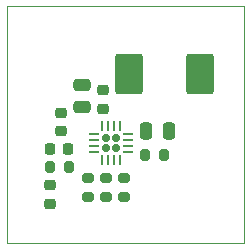
<source format=gbr>
G04 #@! TF.GenerationSoftware,KiCad,Pcbnew,(5.99.0-11522-g728b160719)*
G04 #@! TF.CreationDate,2021-08-02T20:46:47+10:00*
G04 #@! TF.ProjectId,Battery charger,42617474-6572-4792-9063-686172676572,0.2*
G04 #@! TF.SameCoordinates,Original*
G04 #@! TF.FileFunction,Paste,Top*
G04 #@! TF.FilePolarity,Positive*
%FSLAX46Y46*%
G04 Gerber Fmt 4.6, Leading zero omitted, Abs format (unit mm)*
G04 Created by KiCad (PCBNEW (5.99.0-11522-g728b160719)) date 2021-08-02 20:46:47*
%MOMM*%
%LPD*%
G01*
G04 APERTURE LIST*
G04 Aperture macros list*
%AMRoundRect*
0 Rectangle with rounded corners*
0 $1 Rounding radius*
0 $2 $3 $4 $5 $6 $7 $8 $9 X,Y pos of 4 corners*
0 Add a 4 corners polygon primitive as box body*
4,1,4,$2,$3,$4,$5,$6,$7,$8,$9,$2,$3,0*
0 Add four circle primitives for the rounded corners*
1,1,$1+$1,$2,$3*
1,1,$1+$1,$4,$5*
1,1,$1+$1,$6,$7*
1,1,$1+$1,$8,$9*
0 Add four rect primitives between the rounded corners*
20,1,$1+$1,$2,$3,$4,$5,0*
20,1,$1+$1,$4,$5,$6,$7,0*
20,1,$1+$1,$6,$7,$8,$9,0*
20,1,$1+$1,$8,$9,$2,$3,0*%
G04 Aperture macros list end*
G04 #@! TA.AperFunction,Profile*
%ADD10C,0.100000*%
G04 #@! TD*
%ADD11RoundRect,0.250000X0.250000X0.475000X-0.250000X0.475000X-0.250000X-0.475000X0.250000X-0.475000X0*%
%ADD12RoundRect,0.225000X0.250000X-0.225000X0.250000X0.225000X-0.250000X0.225000X-0.250000X-0.225000X0*%
%ADD13RoundRect,0.250000X0.475000X-0.250000X0.475000X0.250000X-0.475000X0.250000X-0.475000X-0.250000X0*%
%ADD14RoundRect,0.200000X0.275000X-0.200000X0.275000X0.200000X-0.275000X0.200000X-0.275000X-0.200000X0*%
%ADD15RoundRect,0.218750X-0.256250X0.218750X-0.256250X-0.218750X0.256250X-0.218750X0.256250X0.218750X0*%
%ADD16RoundRect,0.200000X-0.200000X-0.275000X0.200000X-0.275000X0.200000X0.275000X-0.200000X0.275000X0*%
%ADD17RoundRect,0.200000X-0.275000X0.200000X-0.275000X-0.200000X0.275000X-0.200000X0.275000X0.200000X0*%
%ADD18RoundRect,0.160000X-0.160000X-0.160000X0.160000X-0.160000X0.160000X0.160000X-0.160000X0.160000X0*%
%ADD19RoundRect,0.062500X-0.375000X-0.062500X0.375000X-0.062500X0.375000X0.062500X-0.375000X0.062500X0*%
%ADD20RoundRect,0.062500X-0.062500X-0.375000X0.062500X-0.375000X0.062500X0.375000X-0.062500X0.375000X0*%
%ADD21RoundRect,0.225000X-0.225000X-0.250000X0.225000X-0.250000X0.225000X0.250000X-0.225000X0.250000X0*%
%ADD22RoundRect,0.235000X-0.940000X-1.465000X0.940000X-1.465000X0.940000X1.465000X-0.940000X1.465000X0*%
G04 APERTURE END LIST*
D10*
X113259000Y-76048000D02*
X93193000Y-76048000D01*
X93193000Y-76048000D02*
X93193000Y-55982000D01*
X93193000Y-55982000D02*
X113259000Y-55982000D01*
X113259000Y-55982000D02*
X113259000Y-76048000D01*
D11*
G04 #@! TO.C,C5*
X106929000Y-66548000D03*
X105029000Y-66548000D03*
G04 #@! TD*
D12*
G04 #@! TO.C,C4*
X101346000Y-64643000D03*
X101346000Y-63093000D03*
G04 #@! TD*
G04 #@! TO.C,C2*
X97790000Y-66548000D03*
X97790000Y-64998000D03*
G04 #@! TD*
D13*
G04 #@! TO.C,C3*
X99568000Y-64516000D03*
X99568000Y-62616000D03*
G04 #@! TD*
D14*
G04 #@! TO.C,R3*
X101600000Y-72135000D03*
X101600000Y-70485000D03*
G04 #@! TD*
D15*
G04 #@! TO.C,D1*
X96838000Y-71094500D03*
X96838000Y-72669500D03*
G04 #@! TD*
D16*
G04 #@! TO.C,R1*
X96838000Y-69596000D03*
X98488000Y-69596000D03*
G04 #@! TD*
D17*
G04 #@! TO.C,R4*
X103124000Y-70486000D03*
X103124000Y-72136000D03*
G04 #@! TD*
D18*
G04 #@! TO.C,U1*
X102430000Y-67157000D03*
X101630000Y-67157000D03*
X101630000Y-67957000D03*
X102430000Y-67957000D03*
D19*
X100592500Y-66807000D03*
X100592500Y-67307000D03*
X100592500Y-67807000D03*
X100592500Y-68307000D03*
D20*
X101280000Y-68994500D03*
X101780000Y-68994500D03*
X102280000Y-68994500D03*
X102780000Y-68994500D03*
D19*
X103467500Y-68307000D03*
X103467500Y-67807000D03*
X103467500Y-67307000D03*
X103467500Y-66807000D03*
D20*
X102780000Y-66119500D03*
X102280000Y-66119500D03*
X101780000Y-66119500D03*
X101280000Y-66119500D03*
G04 #@! TD*
D21*
G04 #@! TO.C,C1*
X96875000Y-68072000D03*
X98425000Y-68072000D03*
G04 #@! TD*
D16*
G04 #@! TO.C,R5*
X104902000Y-68580000D03*
X106552000Y-68580000D03*
G04 #@! TD*
D22*
G04 #@! TO.C,L1*
X103551000Y-61722000D03*
X109601000Y-61722000D03*
G04 #@! TD*
D14*
G04 #@! TO.C,R2*
X100076000Y-72135000D03*
X100076000Y-70485000D03*
G04 #@! TD*
M02*

</source>
